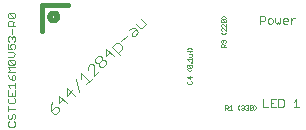
<source format=gto>
G75*
%MOIN*%
%OFA0B0*%
%FSLAX25Y25*%
%IPPOS*%
%LPD*%
%AMOC8*
5,1,8,0,0,1.08239X$1,22.5*
%
%ADD10C,0.00300*%
%ADD11C,0.00200*%
%ADD12C,0.00100*%
%ADD13C,0.01600*%
D10*
X0070565Y0025645D02*
X0071437Y0024772D01*
X0072310Y0024772D01*
X0073183Y0025645D01*
X0073183Y0026518D01*
X0072747Y0026954D01*
X0071874Y0026954D01*
X0070565Y0025645D01*
X0070565Y0027391D01*
X0071001Y0028700D01*
X0073169Y0028249D02*
X0074915Y0029995D01*
X0075773Y0030854D02*
X0077519Y0032600D01*
X0075773Y0033472D02*
X0075773Y0030854D01*
X0075773Y0033472D02*
X0078392Y0030854D01*
X0079687Y0032149D02*
X0078814Y0036513D01*
X0080546Y0036499D02*
X0080546Y0038245D01*
X0083164Y0035626D01*
X0082291Y0034753D02*
X0084037Y0036499D01*
X0084896Y0037358D02*
X0084896Y0040849D01*
X0084459Y0041285D01*
X0083586Y0041285D01*
X0082714Y0040413D01*
X0082714Y0039540D01*
X0084896Y0037358D02*
X0086641Y0039103D01*
X0087064Y0040398D02*
X0086627Y0040835D01*
X0086627Y0041708D01*
X0087500Y0042581D01*
X0088373Y0042581D01*
X0088809Y0042144D01*
X0088809Y0041271D01*
X0087936Y0040398D01*
X0087064Y0040398D01*
X0086627Y0041708D02*
X0085754Y0041708D01*
X0085318Y0042144D01*
X0085318Y0043017D01*
X0086191Y0043890D01*
X0087064Y0043890D01*
X0087500Y0043453D01*
X0087500Y0042581D01*
X0088795Y0043876D02*
X0090541Y0045621D01*
X0090963Y0046916D02*
X0092272Y0048226D01*
X0093145Y0048226D01*
X0094018Y0047353D01*
X0094018Y0046480D01*
X0092709Y0045171D01*
X0093582Y0044298D02*
X0090963Y0046916D01*
X0088795Y0046494D02*
X0088795Y0043876D01*
X0088795Y0046494D02*
X0091414Y0043876D01*
X0094004Y0049084D02*
X0095750Y0050830D01*
X0097481Y0050816D02*
X0097481Y0051689D01*
X0098790Y0052998D01*
X0098354Y0053434D02*
X0097481Y0053434D01*
X0096608Y0052562D01*
X0098354Y0053434D02*
X0099663Y0052125D01*
X0098354Y0050816D01*
X0097481Y0050816D01*
X0100085Y0053420D02*
X0100958Y0053420D01*
X0102268Y0054730D01*
X0100522Y0056475D01*
X0098776Y0054730D02*
X0100085Y0053420D01*
X0075787Y0028249D02*
X0073169Y0030868D01*
X0073169Y0028249D01*
D11*
X0056482Y0020513D02*
X0056048Y0020947D01*
X0056048Y0021815D01*
X0056482Y0022248D01*
X0056482Y0023092D02*
X0056915Y0023092D01*
X0057349Y0023525D01*
X0057349Y0024393D01*
X0057783Y0024826D01*
X0058216Y0024826D01*
X0058650Y0024393D01*
X0058650Y0023525D01*
X0058216Y0023092D01*
X0058216Y0022248D02*
X0058650Y0021815D01*
X0058650Y0020947D01*
X0058216Y0020513D01*
X0056482Y0020513D01*
X0056482Y0023092D02*
X0056048Y0023525D01*
X0056048Y0024393D01*
X0056482Y0024826D01*
X0056048Y0025670D02*
X0056048Y0027405D01*
X0056048Y0026537D02*
X0058650Y0026537D01*
X0058216Y0028248D02*
X0056482Y0028248D01*
X0056048Y0028682D01*
X0056048Y0029549D01*
X0056482Y0029983D01*
X0056048Y0030826D02*
X0058650Y0030826D01*
X0058650Y0032561D01*
X0058650Y0033404D02*
X0058650Y0035139D01*
X0058650Y0034272D02*
X0056048Y0034272D01*
X0056915Y0033404D01*
X0056048Y0032561D02*
X0056048Y0030826D01*
X0057349Y0030826D02*
X0057349Y0031694D01*
X0058216Y0029983D02*
X0058650Y0029549D01*
X0058650Y0028682D01*
X0058216Y0028248D01*
X0058216Y0035983D02*
X0058650Y0036416D01*
X0058650Y0037284D01*
X0058216Y0037717D01*
X0057783Y0037717D01*
X0057349Y0037284D01*
X0057349Y0035983D01*
X0058216Y0035983D01*
X0057349Y0035983D02*
X0056482Y0036850D01*
X0056048Y0037717D01*
X0056048Y0038561D02*
X0056915Y0039428D01*
X0056048Y0040296D01*
X0058650Y0040296D01*
X0058216Y0041139D02*
X0056482Y0042874D01*
X0058216Y0042874D01*
X0058650Y0042440D01*
X0058650Y0041573D01*
X0058216Y0041139D01*
X0056482Y0041139D01*
X0056048Y0041573D01*
X0056048Y0042440D01*
X0056482Y0042874D01*
X0056048Y0043717D02*
X0057783Y0043717D01*
X0058650Y0044585D01*
X0057783Y0045452D01*
X0056048Y0045452D01*
X0056048Y0046295D02*
X0057349Y0046295D01*
X0056915Y0047163D01*
X0056915Y0047597D01*
X0057349Y0048030D01*
X0058216Y0048030D01*
X0058650Y0047597D01*
X0058650Y0046729D01*
X0058216Y0046295D01*
X0056048Y0046295D02*
X0056048Y0048030D01*
X0056482Y0048874D02*
X0056048Y0049307D01*
X0056048Y0050175D01*
X0056482Y0050608D01*
X0056915Y0050608D01*
X0057349Y0050175D01*
X0057783Y0050608D01*
X0058216Y0050608D01*
X0058650Y0050175D01*
X0058650Y0049307D01*
X0058216Y0048874D01*
X0057349Y0049741D02*
X0057349Y0050175D01*
X0057349Y0051452D02*
X0057349Y0053187D01*
X0057783Y0054030D02*
X0057783Y0055331D01*
X0057349Y0055765D01*
X0056482Y0055765D01*
X0056048Y0055331D01*
X0056048Y0054030D01*
X0058650Y0054030D01*
X0057783Y0054897D02*
X0058650Y0055765D01*
X0058216Y0056608D02*
X0056482Y0058343D01*
X0058216Y0058343D01*
X0058650Y0057909D01*
X0058650Y0057042D01*
X0058216Y0056608D01*
X0056482Y0056608D01*
X0056048Y0057042D01*
X0056048Y0057909D01*
X0056482Y0058343D01*
X0056048Y0038561D02*
X0058650Y0038561D01*
X0141155Y0029652D02*
X0141155Y0027050D01*
X0142889Y0027050D01*
X0143733Y0027050D02*
X0145468Y0027050D01*
X0146311Y0027050D02*
X0147612Y0027050D01*
X0148046Y0027484D01*
X0148046Y0029219D01*
X0147612Y0029652D01*
X0146311Y0029652D01*
X0146311Y0027050D01*
X0144600Y0028351D02*
X0143733Y0028351D01*
X0143733Y0029652D02*
X0143733Y0027050D01*
X0143733Y0029652D02*
X0145468Y0029652D01*
X0151467Y0028785D02*
X0152335Y0029652D01*
X0152335Y0027050D01*
X0153202Y0027050D02*
X0151467Y0027050D01*
X0150432Y0054850D02*
X0150432Y0056585D01*
X0150432Y0055717D02*
X0151300Y0056585D01*
X0151733Y0056585D01*
X0149589Y0056151D02*
X0149589Y0055717D01*
X0147854Y0055717D01*
X0147854Y0055284D02*
X0147854Y0056151D01*
X0148288Y0056585D01*
X0149155Y0056585D01*
X0149589Y0056151D01*
X0148288Y0054850D02*
X0147854Y0055284D01*
X0148288Y0054850D02*
X0149155Y0054850D01*
X0147011Y0055284D02*
X0147011Y0056585D01*
X0147011Y0055284D02*
X0146577Y0054850D01*
X0146143Y0055284D01*
X0145710Y0054850D01*
X0145276Y0055284D01*
X0145276Y0056585D01*
X0144432Y0056151D02*
X0144432Y0055284D01*
X0143999Y0054850D01*
X0143131Y0054850D01*
X0142698Y0055284D01*
X0142698Y0056151D01*
X0143131Y0056585D01*
X0143999Y0056585D01*
X0144432Y0056151D01*
X0141854Y0056151D02*
X0141421Y0055717D01*
X0140119Y0055717D01*
X0140119Y0054850D02*
X0140119Y0057452D01*
X0141421Y0057452D01*
X0141854Y0057019D01*
X0141854Y0056151D01*
D12*
X0128700Y0055997D02*
X0128700Y0055497D01*
X0128450Y0055246D01*
X0127449Y0056247D01*
X0128450Y0056247D01*
X0128700Y0055997D01*
X0128700Y0056720D02*
X0128200Y0057220D01*
X0127699Y0057220D01*
X0127199Y0056720D01*
X0127449Y0056247D02*
X0127199Y0055997D01*
X0127199Y0055497D01*
X0127449Y0055246D01*
X0128450Y0055246D01*
X0128700Y0054774D02*
X0128700Y0053773D01*
X0127699Y0054774D01*
X0127449Y0054774D01*
X0127199Y0054524D01*
X0127199Y0054023D01*
X0127449Y0053773D01*
X0127449Y0053301D02*
X0127199Y0053051D01*
X0127199Y0052550D01*
X0127449Y0052300D01*
X0127199Y0051818D02*
X0127699Y0051318D01*
X0128200Y0051318D01*
X0128700Y0051818D01*
X0128700Y0052300D02*
X0127699Y0053301D01*
X0127449Y0053301D01*
X0128700Y0053301D02*
X0128700Y0052300D01*
X0128450Y0049372D02*
X0128700Y0049122D01*
X0128700Y0048622D01*
X0128450Y0048371D01*
X0128700Y0047899D02*
X0128200Y0047398D01*
X0128200Y0047649D02*
X0128200Y0046898D01*
X0128700Y0046898D02*
X0127199Y0046898D01*
X0127199Y0047649D01*
X0127449Y0047899D01*
X0127949Y0047899D01*
X0128200Y0047649D01*
X0127449Y0048371D02*
X0127199Y0048622D01*
X0127199Y0049122D01*
X0127449Y0049372D01*
X0127699Y0049372D01*
X0127949Y0049122D01*
X0128200Y0049372D01*
X0128450Y0049372D01*
X0127949Y0049122D02*
X0127949Y0048872D01*
X0117450Y0046329D02*
X0116950Y0046830D01*
X0116449Y0046830D01*
X0115949Y0046329D01*
X0115949Y0045847D02*
X0116199Y0045597D01*
X0117450Y0045597D01*
X0117450Y0044875D02*
X0116449Y0044875D01*
X0116699Y0045347D02*
X0116699Y0045847D01*
X0117450Y0044875D02*
X0117450Y0044124D01*
X0117200Y0043874D01*
X0116449Y0043874D01*
X0115949Y0042901D02*
X0117450Y0042901D01*
X0117450Y0043401D02*
X0117450Y0042400D01*
X0117450Y0041914D02*
X0117450Y0041664D01*
X0117200Y0041664D01*
X0117200Y0041914D01*
X0117450Y0041914D01*
X0117200Y0041191D02*
X0116199Y0041191D01*
X0117200Y0040191D01*
X0117450Y0040441D01*
X0117450Y0040941D01*
X0117200Y0041191D01*
X0117200Y0040191D02*
X0116199Y0040191D01*
X0115949Y0040441D01*
X0115949Y0040941D01*
X0116199Y0041191D01*
X0115949Y0039709D02*
X0116449Y0039208D01*
X0116950Y0039208D01*
X0117450Y0039709D01*
X0116699Y0037263D02*
X0116699Y0036262D01*
X0115949Y0037013D01*
X0117450Y0037013D01*
X0117200Y0035790D02*
X0117450Y0035539D01*
X0117450Y0035039D01*
X0117200Y0034789D01*
X0116199Y0034789D01*
X0115949Y0035039D01*
X0115949Y0035539D01*
X0116199Y0035790D01*
X0116449Y0042400D02*
X0115949Y0042901D01*
X0128398Y0027551D02*
X0129149Y0027551D01*
X0129399Y0027301D01*
X0129399Y0026801D01*
X0129149Y0026550D01*
X0128398Y0026550D01*
X0128398Y0026050D02*
X0128398Y0027551D01*
X0128899Y0026550D02*
X0129399Y0026050D01*
X0129871Y0026050D02*
X0130872Y0026050D01*
X0130372Y0026050D02*
X0130372Y0027551D01*
X0129871Y0027051D01*
X0132818Y0027051D02*
X0132818Y0026550D01*
X0133318Y0026050D01*
X0133800Y0026300D02*
X0134050Y0026050D01*
X0134551Y0026050D01*
X0134801Y0026300D01*
X0134801Y0026550D01*
X0134551Y0026801D01*
X0134301Y0026801D01*
X0134551Y0026801D02*
X0134801Y0027051D01*
X0134801Y0027301D01*
X0134551Y0027551D01*
X0134050Y0027551D01*
X0133800Y0027301D01*
X0133318Y0027551D02*
X0132818Y0027051D01*
X0135273Y0027301D02*
X0135524Y0027551D01*
X0136024Y0027551D01*
X0136274Y0027301D01*
X0136274Y0027051D01*
X0136024Y0026801D01*
X0136274Y0026550D01*
X0136274Y0026300D01*
X0136024Y0026050D01*
X0135524Y0026050D01*
X0135273Y0026300D01*
X0135774Y0026801D02*
X0136024Y0026801D01*
X0136747Y0026300D02*
X0136747Y0027301D01*
X0136997Y0027551D01*
X0137497Y0027551D01*
X0137747Y0027301D01*
X0136747Y0026300D01*
X0136997Y0026050D01*
X0137497Y0026050D01*
X0137747Y0026300D01*
X0137747Y0027301D01*
X0138220Y0027551D02*
X0138720Y0027051D01*
X0138720Y0026550D01*
X0138220Y0026050D01*
D13*
X0070000Y0057250D02*
X0070002Y0057320D01*
X0070008Y0057390D01*
X0070018Y0057459D01*
X0070031Y0057528D01*
X0070049Y0057596D01*
X0070070Y0057663D01*
X0070095Y0057728D01*
X0070124Y0057792D01*
X0070156Y0057855D01*
X0070192Y0057915D01*
X0070231Y0057973D01*
X0070273Y0058029D01*
X0070318Y0058083D01*
X0070366Y0058134D01*
X0070417Y0058182D01*
X0070471Y0058227D01*
X0070527Y0058269D01*
X0070585Y0058308D01*
X0070645Y0058344D01*
X0070708Y0058376D01*
X0070772Y0058405D01*
X0070837Y0058430D01*
X0070904Y0058451D01*
X0070972Y0058469D01*
X0071041Y0058482D01*
X0071110Y0058492D01*
X0071180Y0058498D01*
X0071250Y0058500D01*
X0071320Y0058498D01*
X0071390Y0058492D01*
X0071459Y0058482D01*
X0071528Y0058469D01*
X0071596Y0058451D01*
X0071663Y0058430D01*
X0071728Y0058405D01*
X0071792Y0058376D01*
X0071855Y0058344D01*
X0071915Y0058308D01*
X0071973Y0058269D01*
X0072029Y0058227D01*
X0072083Y0058182D01*
X0072134Y0058134D01*
X0072182Y0058083D01*
X0072227Y0058029D01*
X0072269Y0057973D01*
X0072308Y0057915D01*
X0072344Y0057855D01*
X0072376Y0057792D01*
X0072405Y0057728D01*
X0072430Y0057663D01*
X0072451Y0057596D01*
X0072469Y0057528D01*
X0072482Y0057459D01*
X0072492Y0057390D01*
X0072498Y0057320D01*
X0072500Y0057250D01*
X0072498Y0057180D01*
X0072492Y0057110D01*
X0072482Y0057041D01*
X0072469Y0056972D01*
X0072451Y0056904D01*
X0072430Y0056837D01*
X0072405Y0056772D01*
X0072376Y0056708D01*
X0072344Y0056645D01*
X0072308Y0056585D01*
X0072269Y0056527D01*
X0072227Y0056471D01*
X0072182Y0056417D01*
X0072134Y0056366D01*
X0072083Y0056318D01*
X0072029Y0056273D01*
X0071973Y0056231D01*
X0071915Y0056192D01*
X0071855Y0056156D01*
X0071792Y0056124D01*
X0071728Y0056095D01*
X0071663Y0056070D01*
X0071596Y0056049D01*
X0071528Y0056031D01*
X0071459Y0056018D01*
X0071390Y0056008D01*
X0071320Y0056002D01*
X0071250Y0056000D01*
X0071180Y0056002D01*
X0071110Y0056008D01*
X0071041Y0056018D01*
X0070972Y0056031D01*
X0070904Y0056049D01*
X0070837Y0056070D01*
X0070772Y0056095D01*
X0070708Y0056124D01*
X0070645Y0056156D01*
X0070585Y0056192D01*
X0070527Y0056231D01*
X0070471Y0056273D01*
X0070417Y0056318D01*
X0070366Y0056366D01*
X0070318Y0056417D01*
X0070273Y0056471D01*
X0070231Y0056527D01*
X0070192Y0056585D01*
X0070156Y0056645D01*
X0070124Y0056708D01*
X0070095Y0056772D01*
X0070070Y0056837D01*
X0070049Y0056904D01*
X0070031Y0056972D01*
X0070018Y0057041D01*
X0070008Y0057110D01*
X0070002Y0057180D01*
X0070000Y0057250D01*
X0067500Y0061000D02*
X0076250Y0061000D01*
X0067500Y0061000D02*
X0067500Y0052250D01*
M02*

</source>
